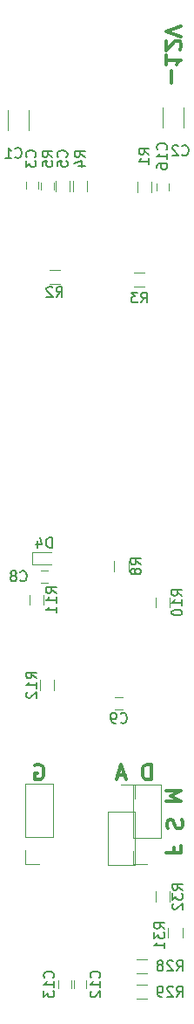
<source format=gbr>
G04 #@! TF.GenerationSoftware,KiCad,Pcbnew,(5.0.0)*
G04 #@! TF.CreationDate,2019-01-08T13:59:11-08:00*
G04 #@! TF.ProjectId,pcb,7063622E6B696361645F706362000000,rev?*
G04 #@! TF.SameCoordinates,Original*
G04 #@! TF.FileFunction,Legend,Bot*
G04 #@! TF.FilePolarity,Positive*
%FSLAX46Y46*%
G04 Gerber Fmt 4.6, Leading zero omitted, Abs format (unit mm)*
G04 Created by KiCad (PCBNEW (5.0.0)) date 01/08/19 13:59:11*
%MOMM*%
%LPD*%
G01*
G04 APERTURE LIST*
%ADD10C,0.300000*%
%ADD11C,0.120000*%
%ADD12C,0.150000*%
G04 APERTURE END LIST*
D10*
X155892857Y-55892857D02*
X155892857Y-54750000D01*
X155321428Y-53250000D02*
X155321428Y-54107142D01*
X155321428Y-53678571D02*
X156821428Y-53678571D01*
X156607142Y-53821428D01*
X156464285Y-53964285D01*
X156392857Y-54107142D01*
X156678571Y-52678571D02*
X156750000Y-52607142D01*
X156821428Y-52464285D01*
X156821428Y-52107142D01*
X156750000Y-51964285D01*
X156678571Y-51892857D01*
X156535714Y-51821428D01*
X156392857Y-51821428D01*
X156178571Y-51892857D01*
X155321428Y-52750000D01*
X155321428Y-51821428D01*
X156821428Y-51392857D02*
X155321428Y-50892857D01*
X156821428Y-50392857D01*
X155321428Y-125500000D02*
X156821428Y-125500000D01*
X155750000Y-125000000D01*
X156821428Y-124500000D01*
X155321428Y-124500000D01*
X156857142Y-127321428D02*
X156928571Y-127535714D01*
X156928571Y-127892857D01*
X156857142Y-128035714D01*
X156785714Y-128107142D01*
X156642857Y-128178571D01*
X156500000Y-128178571D01*
X156357142Y-128107142D01*
X156285714Y-128035714D01*
X156214285Y-127892857D01*
X156142857Y-127607142D01*
X156071428Y-127464285D01*
X156000000Y-127392857D01*
X155857142Y-127321428D01*
X155714285Y-127321428D01*
X155571428Y-127392857D01*
X155500000Y-127464285D01*
X155428571Y-127607142D01*
X155428571Y-127964285D01*
X155500000Y-128178571D01*
X156107142Y-130035714D02*
X156107142Y-130535714D01*
X155321428Y-130535714D02*
X156821428Y-130535714D01*
X156821428Y-129821428D01*
X142607142Y-122000000D02*
X142750000Y-121928571D01*
X142964285Y-121928571D01*
X143178571Y-122000000D01*
X143321428Y-122142857D01*
X143392857Y-122285714D01*
X143464285Y-122571428D01*
X143464285Y-122785714D01*
X143392857Y-123071428D01*
X143321428Y-123214285D01*
X143178571Y-123357142D01*
X142964285Y-123428571D01*
X142821428Y-123428571D01*
X142607142Y-123357142D01*
X142535714Y-123285714D01*
X142535714Y-122785714D01*
X142821428Y-122785714D01*
X153892857Y-123428571D02*
X153892857Y-121928571D01*
X153535714Y-121928571D01*
X153321428Y-122000000D01*
X153178571Y-122142857D01*
X153107142Y-122285714D01*
X153035714Y-122571428D01*
X153035714Y-122785714D01*
X153107142Y-123071428D01*
X153178571Y-123214285D01*
X153321428Y-123357142D01*
X153535714Y-123428571D01*
X153892857Y-123428571D01*
X151357142Y-123000000D02*
X150642857Y-123000000D01*
X151500000Y-123428571D02*
X151000000Y-121928571D01*
X150500000Y-123428571D01*
D11*
G04 #@! TO.C,C2*
X157020000Y-58250000D02*
X157020000Y-60250000D01*
X154980000Y-60250000D02*
X154980000Y-58250000D01*
G04 #@! TO.C,C1*
X142020000Y-58500000D02*
X142020000Y-60500000D01*
X139980000Y-60500000D02*
X139980000Y-58500000D01*
G04 #@! TO.C,C16*
X155600000Y-66350000D02*
X155600000Y-65650000D01*
X154400000Y-65650000D02*
X154400000Y-66350000D01*
G04 #@! TO.C,C13*
X144900000Y-142900000D02*
X144900000Y-143600000D01*
X146100000Y-143600000D02*
X146100000Y-142900000D01*
G04 #@! TO.C,C12*
X146400000Y-142900000D02*
X146400000Y-143600000D01*
X147600000Y-143600000D02*
X147600000Y-142900000D01*
G04 #@! TO.C,C9*
X150400000Y-116600000D02*
X151100000Y-116600000D01*
X151100000Y-115400000D02*
X150400000Y-115400000D01*
G04 #@! TO.C,C8*
X143850000Y-103150000D02*
X143150000Y-103150000D01*
X143150000Y-104350000D02*
X143850000Y-104350000D01*
G04 #@! TO.C,C5*
X144400000Y-66250000D02*
X144400000Y-65550000D01*
X143200000Y-65550000D02*
X143200000Y-66250000D01*
G04 #@! TO.C,C3*
X142900000Y-66200000D02*
X142900000Y-65500000D01*
X141700000Y-65500000D02*
X141700000Y-66200000D01*
G04 #@! TO.C,R5*
X145980000Y-66400000D02*
X145980000Y-65400000D01*
X144620000Y-65400000D02*
X144620000Y-66400000D01*
G04 #@! TO.C,R32*
X154320000Y-134250000D02*
X154320000Y-135250000D01*
X155680000Y-135250000D02*
X155680000Y-134250000D01*
G04 #@! TO.C,R31*
X155570000Y-137750000D02*
X155570000Y-138750000D01*
X156930000Y-138750000D02*
X156930000Y-137750000D01*
G04 #@! TO.C,R28*
X153500000Y-140820000D02*
X152500000Y-140820000D01*
X152500000Y-142180000D02*
X153500000Y-142180000D01*
G04 #@! TO.C,R29*
X152500000Y-144680000D02*
X153500000Y-144680000D01*
X153500000Y-143320000D02*
X152500000Y-143320000D01*
G04 #@! TO.C,R4*
X147680000Y-66400000D02*
X147680000Y-65400000D01*
X146320000Y-65400000D02*
X146320000Y-66400000D01*
G04 #@! TO.C,R3*
X152250000Y-75680000D02*
X153250000Y-75680000D01*
X153250000Y-74320000D02*
X152250000Y-74320000D01*
G04 #@! TO.C,R2*
X144000000Y-75430000D02*
X145000000Y-75430000D01*
X145000000Y-74070000D02*
X144000000Y-74070000D01*
G04 #@! TO.C,R1*
X152570000Y-65500000D02*
X152570000Y-66500000D01*
X153930000Y-66500000D02*
X153930000Y-65500000D01*
G04 #@! TO.C,R8*
X151680000Y-103250000D02*
X151680000Y-102250000D01*
X150320000Y-102250000D02*
X150320000Y-103250000D01*
G04 #@! TO.C,R10*
X155680000Y-106750000D02*
X155680000Y-105750000D01*
X154320000Y-105750000D02*
X154320000Y-106750000D01*
G04 #@! TO.C,R11*
X142070000Y-105500000D02*
X142070000Y-106500000D01*
X143430000Y-106500000D02*
X143430000Y-105500000D01*
G04 #@! TO.C,R12*
X143070000Y-113750000D02*
X143070000Y-114750000D01*
X144430000Y-114750000D02*
X144430000Y-113750000D01*
G04 #@! TO.C,D4*
X142350000Y-102600000D02*
X142350000Y-101400000D01*
X144200000Y-102600000D02*
X142350000Y-102600000D01*
X144200000Y-101400000D02*
X142350000Y-101400000D01*
G04 #@! TO.C,Attack1*
X152170000Y-131630000D02*
X153500000Y-131630000D01*
X152170000Y-130300000D02*
X152170000Y-131630000D01*
X152170000Y-129030000D02*
X154830000Y-129030000D01*
X154830000Y-129030000D02*
X154830000Y-123890000D01*
X152170000Y-129030000D02*
X152170000Y-123890000D01*
X152170000Y-123890000D02*
X154830000Y-123890000D01*
G04 #@! TO.C,Decay1*
X152330000Y-131660000D02*
X149670000Y-131660000D01*
X152330000Y-126520000D02*
X152330000Y-131660000D01*
X149670000Y-126520000D02*
X149670000Y-131660000D01*
X152330000Y-126520000D02*
X149670000Y-126520000D01*
X152330000Y-125250000D02*
X152330000Y-123920000D01*
X152330000Y-123920000D02*
X151000000Y-123920000D01*
G04 #@! TO.C,Gate1*
X141670000Y-131580000D02*
X143000000Y-131580000D01*
X141670000Y-130250000D02*
X141670000Y-131580000D01*
X141670000Y-128980000D02*
X144330000Y-128980000D01*
X144330000Y-128980000D02*
X144330000Y-123840000D01*
X141670000Y-128980000D02*
X141670000Y-123840000D01*
X141670000Y-123840000D02*
X144330000Y-123840000D01*
G04 #@! TO.C,C2*
D12*
X156916666Y-62857142D02*
X156964285Y-62904761D01*
X157107142Y-62952380D01*
X157202380Y-62952380D01*
X157345238Y-62904761D01*
X157440476Y-62809523D01*
X157488095Y-62714285D01*
X157535714Y-62523809D01*
X157535714Y-62380952D01*
X157488095Y-62190476D01*
X157440476Y-62095238D01*
X157345238Y-62000000D01*
X157202380Y-61952380D01*
X157107142Y-61952380D01*
X156964285Y-62000000D01*
X156916666Y-62047619D01*
X156535714Y-62047619D02*
X156488095Y-62000000D01*
X156392857Y-61952380D01*
X156154761Y-61952380D01*
X156059523Y-62000000D01*
X156011904Y-62047619D01*
X155964285Y-62142857D01*
X155964285Y-62238095D01*
X156011904Y-62380952D01*
X156583333Y-62952380D01*
X155964285Y-62952380D01*
G04 #@! TO.C,C1*
X140666666Y-63107142D02*
X140714285Y-63154761D01*
X140857142Y-63202380D01*
X140952380Y-63202380D01*
X141095238Y-63154761D01*
X141190476Y-63059523D01*
X141238095Y-62964285D01*
X141285714Y-62773809D01*
X141285714Y-62630952D01*
X141238095Y-62440476D01*
X141190476Y-62345238D01*
X141095238Y-62250000D01*
X140952380Y-62202380D01*
X140857142Y-62202380D01*
X140714285Y-62250000D01*
X140666666Y-62297619D01*
X139714285Y-63202380D02*
X140285714Y-63202380D01*
X140000000Y-63202380D02*
X140000000Y-62202380D01*
X140095238Y-62345238D01*
X140190476Y-62440476D01*
X140285714Y-62488095D01*
G04 #@! TO.C,C16*
X155357142Y-62357142D02*
X155404761Y-62309523D01*
X155452380Y-62166666D01*
X155452380Y-62071428D01*
X155404761Y-61928571D01*
X155309523Y-61833333D01*
X155214285Y-61785714D01*
X155023809Y-61738095D01*
X154880952Y-61738095D01*
X154690476Y-61785714D01*
X154595238Y-61833333D01*
X154500000Y-61928571D01*
X154452380Y-62071428D01*
X154452380Y-62166666D01*
X154500000Y-62309523D01*
X154547619Y-62357142D01*
X155452380Y-63309523D02*
X155452380Y-62738095D01*
X155452380Y-63023809D02*
X154452380Y-63023809D01*
X154595238Y-62928571D01*
X154690476Y-62833333D01*
X154738095Y-62738095D01*
X154452380Y-64166666D02*
X154452380Y-63976190D01*
X154500000Y-63880952D01*
X154547619Y-63833333D01*
X154690476Y-63738095D01*
X154880952Y-63690476D01*
X155261904Y-63690476D01*
X155357142Y-63738095D01*
X155404761Y-63785714D01*
X155452380Y-63880952D01*
X155452380Y-64071428D01*
X155404761Y-64166666D01*
X155357142Y-64214285D01*
X155261904Y-64261904D01*
X155023809Y-64261904D01*
X154928571Y-64214285D01*
X154880952Y-64166666D01*
X154833333Y-64071428D01*
X154833333Y-63880952D01*
X154880952Y-63785714D01*
X154928571Y-63738095D01*
X155023809Y-63690476D01*
G04 #@! TO.C,C13*
X144357142Y-142607142D02*
X144404761Y-142559523D01*
X144452380Y-142416666D01*
X144452380Y-142321428D01*
X144404761Y-142178571D01*
X144309523Y-142083333D01*
X144214285Y-142035714D01*
X144023809Y-141988095D01*
X143880952Y-141988095D01*
X143690476Y-142035714D01*
X143595238Y-142083333D01*
X143500000Y-142178571D01*
X143452380Y-142321428D01*
X143452380Y-142416666D01*
X143500000Y-142559523D01*
X143547619Y-142607142D01*
X144452380Y-143559523D02*
X144452380Y-142988095D01*
X144452380Y-143273809D02*
X143452380Y-143273809D01*
X143595238Y-143178571D01*
X143690476Y-143083333D01*
X143738095Y-142988095D01*
X143452380Y-143892857D02*
X143452380Y-144511904D01*
X143833333Y-144178571D01*
X143833333Y-144321428D01*
X143880952Y-144416666D01*
X143928571Y-144464285D01*
X144023809Y-144511904D01*
X144261904Y-144511904D01*
X144357142Y-144464285D01*
X144404761Y-144416666D01*
X144452380Y-144321428D01*
X144452380Y-144035714D01*
X144404761Y-143940476D01*
X144357142Y-143892857D01*
G04 #@! TO.C,C12*
X148857142Y-142607142D02*
X148904761Y-142559523D01*
X148952380Y-142416666D01*
X148952380Y-142321428D01*
X148904761Y-142178571D01*
X148809523Y-142083333D01*
X148714285Y-142035714D01*
X148523809Y-141988095D01*
X148380952Y-141988095D01*
X148190476Y-142035714D01*
X148095238Y-142083333D01*
X148000000Y-142178571D01*
X147952380Y-142321428D01*
X147952380Y-142416666D01*
X148000000Y-142559523D01*
X148047619Y-142607142D01*
X148952380Y-143559523D02*
X148952380Y-142988095D01*
X148952380Y-143273809D02*
X147952380Y-143273809D01*
X148095238Y-143178571D01*
X148190476Y-143083333D01*
X148238095Y-142988095D01*
X148047619Y-143940476D02*
X148000000Y-143988095D01*
X147952380Y-144083333D01*
X147952380Y-144321428D01*
X148000000Y-144416666D01*
X148047619Y-144464285D01*
X148142857Y-144511904D01*
X148238095Y-144511904D01*
X148380952Y-144464285D01*
X148952380Y-143892857D01*
X148952380Y-144511904D01*
G04 #@! TO.C,C9*
X150916666Y-117857142D02*
X150964285Y-117904761D01*
X151107142Y-117952380D01*
X151202380Y-117952380D01*
X151345238Y-117904761D01*
X151440476Y-117809523D01*
X151488095Y-117714285D01*
X151535714Y-117523809D01*
X151535714Y-117380952D01*
X151488095Y-117190476D01*
X151440476Y-117095238D01*
X151345238Y-117000000D01*
X151202380Y-116952380D01*
X151107142Y-116952380D01*
X150964285Y-117000000D01*
X150916666Y-117047619D01*
X150440476Y-117952380D02*
X150250000Y-117952380D01*
X150154761Y-117904761D01*
X150107142Y-117857142D01*
X150011904Y-117714285D01*
X149964285Y-117523809D01*
X149964285Y-117142857D01*
X150011904Y-117047619D01*
X150059523Y-117000000D01*
X150154761Y-116952380D01*
X150345238Y-116952380D01*
X150440476Y-117000000D01*
X150488095Y-117047619D01*
X150535714Y-117142857D01*
X150535714Y-117380952D01*
X150488095Y-117476190D01*
X150440476Y-117523809D01*
X150345238Y-117571428D01*
X150154761Y-117571428D01*
X150059523Y-117523809D01*
X150011904Y-117476190D01*
X149964285Y-117380952D01*
G04 #@! TO.C,C8*
X141166666Y-104107142D02*
X141214285Y-104154761D01*
X141357142Y-104202380D01*
X141452380Y-104202380D01*
X141595238Y-104154761D01*
X141690476Y-104059523D01*
X141738095Y-103964285D01*
X141785714Y-103773809D01*
X141785714Y-103630952D01*
X141738095Y-103440476D01*
X141690476Y-103345238D01*
X141595238Y-103250000D01*
X141452380Y-103202380D01*
X141357142Y-103202380D01*
X141214285Y-103250000D01*
X141166666Y-103297619D01*
X140595238Y-103630952D02*
X140690476Y-103583333D01*
X140738095Y-103535714D01*
X140785714Y-103440476D01*
X140785714Y-103392857D01*
X140738095Y-103297619D01*
X140690476Y-103250000D01*
X140595238Y-103202380D01*
X140404761Y-103202380D01*
X140309523Y-103250000D01*
X140261904Y-103297619D01*
X140214285Y-103392857D01*
X140214285Y-103440476D01*
X140261904Y-103535714D01*
X140309523Y-103583333D01*
X140404761Y-103630952D01*
X140595238Y-103630952D01*
X140690476Y-103678571D01*
X140738095Y-103726190D01*
X140785714Y-103821428D01*
X140785714Y-104011904D01*
X140738095Y-104107142D01*
X140690476Y-104154761D01*
X140595238Y-104202380D01*
X140404761Y-104202380D01*
X140309523Y-104154761D01*
X140261904Y-104107142D01*
X140214285Y-104011904D01*
X140214285Y-103821428D01*
X140261904Y-103726190D01*
X140309523Y-103678571D01*
X140404761Y-103630952D01*
G04 #@! TO.C,C5*
X145657142Y-63083333D02*
X145704761Y-63035714D01*
X145752380Y-62892857D01*
X145752380Y-62797619D01*
X145704761Y-62654761D01*
X145609523Y-62559523D01*
X145514285Y-62511904D01*
X145323809Y-62464285D01*
X145180952Y-62464285D01*
X144990476Y-62511904D01*
X144895238Y-62559523D01*
X144800000Y-62654761D01*
X144752380Y-62797619D01*
X144752380Y-62892857D01*
X144800000Y-63035714D01*
X144847619Y-63083333D01*
X144752380Y-63988095D02*
X144752380Y-63511904D01*
X145228571Y-63464285D01*
X145180952Y-63511904D01*
X145133333Y-63607142D01*
X145133333Y-63845238D01*
X145180952Y-63940476D01*
X145228571Y-63988095D01*
X145323809Y-64035714D01*
X145561904Y-64035714D01*
X145657142Y-63988095D01*
X145704761Y-63940476D01*
X145752380Y-63845238D01*
X145752380Y-63607142D01*
X145704761Y-63511904D01*
X145657142Y-63464285D01*
G04 #@! TO.C,C3*
X142607142Y-63083333D02*
X142654761Y-63035714D01*
X142702380Y-62892857D01*
X142702380Y-62797619D01*
X142654761Y-62654761D01*
X142559523Y-62559523D01*
X142464285Y-62511904D01*
X142273809Y-62464285D01*
X142130952Y-62464285D01*
X141940476Y-62511904D01*
X141845238Y-62559523D01*
X141750000Y-62654761D01*
X141702380Y-62797619D01*
X141702380Y-62892857D01*
X141750000Y-63035714D01*
X141797619Y-63083333D01*
X141702380Y-63416666D02*
X141702380Y-64035714D01*
X142083333Y-63702380D01*
X142083333Y-63845238D01*
X142130952Y-63940476D01*
X142178571Y-63988095D01*
X142273809Y-64035714D01*
X142511904Y-64035714D01*
X142607142Y-63988095D01*
X142654761Y-63940476D01*
X142702380Y-63845238D01*
X142702380Y-63559523D01*
X142654761Y-63464285D01*
X142607142Y-63416666D01*
G04 #@! TO.C,R5*
X144302380Y-63083333D02*
X143826190Y-62750000D01*
X144302380Y-62511904D02*
X143302380Y-62511904D01*
X143302380Y-62892857D01*
X143350000Y-62988095D01*
X143397619Y-63035714D01*
X143492857Y-63083333D01*
X143635714Y-63083333D01*
X143730952Y-63035714D01*
X143778571Y-62988095D01*
X143826190Y-62892857D01*
X143826190Y-62511904D01*
X143302380Y-63988095D02*
X143302380Y-63511904D01*
X143778571Y-63464285D01*
X143730952Y-63511904D01*
X143683333Y-63607142D01*
X143683333Y-63845238D01*
X143730952Y-63940476D01*
X143778571Y-63988095D01*
X143873809Y-64035714D01*
X144111904Y-64035714D01*
X144207142Y-63988095D01*
X144254761Y-63940476D01*
X144302380Y-63845238D01*
X144302380Y-63607142D01*
X144254761Y-63511904D01*
X144207142Y-63464285D01*
G04 #@! TO.C,R32*
X156952380Y-134107142D02*
X156476190Y-133773809D01*
X156952380Y-133535714D02*
X155952380Y-133535714D01*
X155952380Y-133916666D01*
X156000000Y-134011904D01*
X156047619Y-134059523D01*
X156142857Y-134107142D01*
X156285714Y-134107142D01*
X156380952Y-134059523D01*
X156428571Y-134011904D01*
X156476190Y-133916666D01*
X156476190Y-133535714D01*
X155952380Y-134440476D02*
X155952380Y-135059523D01*
X156333333Y-134726190D01*
X156333333Y-134869047D01*
X156380952Y-134964285D01*
X156428571Y-135011904D01*
X156523809Y-135059523D01*
X156761904Y-135059523D01*
X156857142Y-135011904D01*
X156904761Y-134964285D01*
X156952380Y-134869047D01*
X156952380Y-134583333D01*
X156904761Y-134488095D01*
X156857142Y-134440476D01*
X156047619Y-135440476D02*
X156000000Y-135488095D01*
X155952380Y-135583333D01*
X155952380Y-135821428D01*
X156000000Y-135916666D01*
X156047619Y-135964285D01*
X156142857Y-136011904D01*
X156238095Y-136011904D01*
X156380952Y-135964285D01*
X156952380Y-135392857D01*
X156952380Y-136011904D01*
G04 #@! TO.C,R31*
X155202380Y-137857142D02*
X154726190Y-137523809D01*
X155202380Y-137285714D02*
X154202380Y-137285714D01*
X154202380Y-137666666D01*
X154250000Y-137761904D01*
X154297619Y-137809523D01*
X154392857Y-137857142D01*
X154535714Y-137857142D01*
X154630952Y-137809523D01*
X154678571Y-137761904D01*
X154726190Y-137666666D01*
X154726190Y-137285714D01*
X154202380Y-138190476D02*
X154202380Y-138809523D01*
X154583333Y-138476190D01*
X154583333Y-138619047D01*
X154630952Y-138714285D01*
X154678571Y-138761904D01*
X154773809Y-138809523D01*
X155011904Y-138809523D01*
X155107142Y-138761904D01*
X155154761Y-138714285D01*
X155202380Y-138619047D01*
X155202380Y-138333333D01*
X155154761Y-138238095D01*
X155107142Y-138190476D01*
X155202380Y-139761904D02*
X155202380Y-139190476D01*
X155202380Y-139476190D02*
X154202380Y-139476190D01*
X154345238Y-139380952D01*
X154440476Y-139285714D01*
X154488095Y-139190476D01*
G04 #@! TO.C,R28*
X156392857Y-141952380D02*
X156726190Y-141476190D01*
X156964285Y-141952380D02*
X156964285Y-140952380D01*
X156583333Y-140952380D01*
X156488095Y-141000000D01*
X156440476Y-141047619D01*
X156392857Y-141142857D01*
X156392857Y-141285714D01*
X156440476Y-141380952D01*
X156488095Y-141428571D01*
X156583333Y-141476190D01*
X156964285Y-141476190D01*
X156011904Y-141047619D02*
X155964285Y-141000000D01*
X155869047Y-140952380D01*
X155630952Y-140952380D01*
X155535714Y-141000000D01*
X155488095Y-141047619D01*
X155440476Y-141142857D01*
X155440476Y-141238095D01*
X155488095Y-141380952D01*
X156059523Y-141952380D01*
X155440476Y-141952380D01*
X154869047Y-141380952D02*
X154964285Y-141333333D01*
X155011904Y-141285714D01*
X155059523Y-141190476D01*
X155059523Y-141142857D01*
X155011904Y-141047619D01*
X154964285Y-141000000D01*
X154869047Y-140952380D01*
X154678571Y-140952380D01*
X154583333Y-141000000D01*
X154535714Y-141047619D01*
X154488095Y-141142857D01*
X154488095Y-141190476D01*
X154535714Y-141285714D01*
X154583333Y-141333333D01*
X154678571Y-141380952D01*
X154869047Y-141380952D01*
X154964285Y-141428571D01*
X155011904Y-141476190D01*
X155059523Y-141571428D01*
X155059523Y-141761904D01*
X155011904Y-141857142D01*
X154964285Y-141904761D01*
X154869047Y-141952380D01*
X154678571Y-141952380D01*
X154583333Y-141904761D01*
X154535714Y-141857142D01*
X154488095Y-141761904D01*
X154488095Y-141571428D01*
X154535714Y-141476190D01*
X154583333Y-141428571D01*
X154678571Y-141380952D01*
G04 #@! TO.C,R29*
X156392857Y-144452380D02*
X156726190Y-143976190D01*
X156964285Y-144452380D02*
X156964285Y-143452380D01*
X156583333Y-143452380D01*
X156488095Y-143500000D01*
X156440476Y-143547619D01*
X156392857Y-143642857D01*
X156392857Y-143785714D01*
X156440476Y-143880952D01*
X156488095Y-143928571D01*
X156583333Y-143976190D01*
X156964285Y-143976190D01*
X156011904Y-143547619D02*
X155964285Y-143500000D01*
X155869047Y-143452380D01*
X155630952Y-143452380D01*
X155535714Y-143500000D01*
X155488095Y-143547619D01*
X155440476Y-143642857D01*
X155440476Y-143738095D01*
X155488095Y-143880952D01*
X156059523Y-144452380D01*
X155440476Y-144452380D01*
X154964285Y-144452380D02*
X154773809Y-144452380D01*
X154678571Y-144404761D01*
X154630952Y-144357142D01*
X154535714Y-144214285D01*
X154488095Y-144023809D01*
X154488095Y-143642857D01*
X154535714Y-143547619D01*
X154583333Y-143500000D01*
X154678571Y-143452380D01*
X154869047Y-143452380D01*
X154964285Y-143500000D01*
X155011904Y-143547619D01*
X155059523Y-143642857D01*
X155059523Y-143880952D01*
X155011904Y-143976190D01*
X154964285Y-144023809D01*
X154869047Y-144071428D01*
X154678571Y-144071428D01*
X154583333Y-144023809D01*
X154535714Y-143976190D01*
X154488095Y-143880952D01*
G04 #@! TO.C,R4*
X147452380Y-63083333D02*
X146976190Y-62750000D01*
X147452380Y-62511904D02*
X146452380Y-62511904D01*
X146452380Y-62892857D01*
X146500000Y-62988095D01*
X146547619Y-63035714D01*
X146642857Y-63083333D01*
X146785714Y-63083333D01*
X146880952Y-63035714D01*
X146928571Y-62988095D01*
X146976190Y-62892857D01*
X146976190Y-62511904D01*
X146785714Y-63940476D02*
X147452380Y-63940476D01*
X146404761Y-63702380D02*
X147119047Y-63464285D01*
X147119047Y-64083333D01*
G04 #@! TO.C,R3*
X152916666Y-77202380D02*
X153250000Y-76726190D01*
X153488095Y-77202380D02*
X153488095Y-76202380D01*
X153107142Y-76202380D01*
X153011904Y-76250000D01*
X152964285Y-76297619D01*
X152916666Y-76392857D01*
X152916666Y-76535714D01*
X152964285Y-76630952D01*
X153011904Y-76678571D01*
X153107142Y-76726190D01*
X153488095Y-76726190D01*
X152583333Y-76202380D02*
X151964285Y-76202380D01*
X152297619Y-76583333D01*
X152154761Y-76583333D01*
X152059523Y-76630952D01*
X152011904Y-76678571D01*
X151964285Y-76773809D01*
X151964285Y-77011904D01*
X152011904Y-77107142D01*
X152059523Y-77154761D01*
X152154761Y-77202380D01*
X152440476Y-77202380D01*
X152535714Y-77154761D01*
X152583333Y-77107142D01*
G04 #@! TO.C,R2*
X144666666Y-76652380D02*
X145000000Y-76176190D01*
X145238095Y-76652380D02*
X145238095Y-75652380D01*
X144857142Y-75652380D01*
X144761904Y-75700000D01*
X144714285Y-75747619D01*
X144666666Y-75842857D01*
X144666666Y-75985714D01*
X144714285Y-76080952D01*
X144761904Y-76128571D01*
X144857142Y-76176190D01*
X145238095Y-76176190D01*
X144285714Y-75747619D02*
X144238095Y-75700000D01*
X144142857Y-75652380D01*
X143904761Y-75652380D01*
X143809523Y-75700000D01*
X143761904Y-75747619D01*
X143714285Y-75842857D01*
X143714285Y-75938095D01*
X143761904Y-76080952D01*
X144333333Y-76652380D01*
X143714285Y-76652380D01*
G04 #@! TO.C,R1*
X153702380Y-62833333D02*
X153226190Y-62500000D01*
X153702380Y-62261904D02*
X152702380Y-62261904D01*
X152702380Y-62642857D01*
X152750000Y-62738095D01*
X152797619Y-62785714D01*
X152892857Y-62833333D01*
X153035714Y-62833333D01*
X153130952Y-62785714D01*
X153178571Y-62738095D01*
X153226190Y-62642857D01*
X153226190Y-62261904D01*
X153702380Y-63785714D02*
X153702380Y-63214285D01*
X153702380Y-63500000D02*
X152702380Y-63500000D01*
X152845238Y-63404761D01*
X152940476Y-63309523D01*
X152988095Y-63214285D01*
G04 #@! TO.C,R8*
X152902380Y-102583333D02*
X152426190Y-102250000D01*
X152902380Y-102011904D02*
X151902380Y-102011904D01*
X151902380Y-102392857D01*
X151950000Y-102488095D01*
X151997619Y-102535714D01*
X152092857Y-102583333D01*
X152235714Y-102583333D01*
X152330952Y-102535714D01*
X152378571Y-102488095D01*
X152426190Y-102392857D01*
X152426190Y-102011904D01*
X152330952Y-103154761D02*
X152283333Y-103059523D01*
X152235714Y-103011904D01*
X152140476Y-102964285D01*
X152092857Y-102964285D01*
X151997619Y-103011904D01*
X151950000Y-103059523D01*
X151902380Y-103154761D01*
X151902380Y-103345238D01*
X151950000Y-103440476D01*
X151997619Y-103488095D01*
X152092857Y-103535714D01*
X152140476Y-103535714D01*
X152235714Y-103488095D01*
X152283333Y-103440476D01*
X152330952Y-103345238D01*
X152330952Y-103154761D01*
X152378571Y-103059523D01*
X152426190Y-103011904D01*
X152521428Y-102964285D01*
X152711904Y-102964285D01*
X152807142Y-103011904D01*
X152854761Y-103059523D01*
X152902380Y-103154761D01*
X152902380Y-103345238D01*
X152854761Y-103440476D01*
X152807142Y-103488095D01*
X152711904Y-103535714D01*
X152521428Y-103535714D01*
X152426190Y-103488095D01*
X152378571Y-103440476D01*
X152330952Y-103345238D01*
G04 #@! TO.C,R10*
X156902380Y-105607142D02*
X156426190Y-105273809D01*
X156902380Y-105035714D02*
X155902380Y-105035714D01*
X155902380Y-105416666D01*
X155950000Y-105511904D01*
X155997619Y-105559523D01*
X156092857Y-105607142D01*
X156235714Y-105607142D01*
X156330952Y-105559523D01*
X156378571Y-105511904D01*
X156426190Y-105416666D01*
X156426190Y-105035714D01*
X156902380Y-106559523D02*
X156902380Y-105988095D01*
X156902380Y-106273809D02*
X155902380Y-106273809D01*
X156045238Y-106178571D01*
X156140476Y-106083333D01*
X156188095Y-105988095D01*
X155902380Y-107178571D02*
X155902380Y-107273809D01*
X155950000Y-107369047D01*
X155997619Y-107416666D01*
X156092857Y-107464285D01*
X156283333Y-107511904D01*
X156521428Y-107511904D01*
X156711904Y-107464285D01*
X156807142Y-107416666D01*
X156854761Y-107369047D01*
X156902380Y-107273809D01*
X156902380Y-107178571D01*
X156854761Y-107083333D01*
X156807142Y-107035714D01*
X156711904Y-106988095D01*
X156521428Y-106940476D01*
X156283333Y-106940476D01*
X156092857Y-106988095D01*
X155997619Y-107035714D01*
X155950000Y-107083333D01*
X155902380Y-107178571D01*
G04 #@! TO.C,R11*
X144652380Y-105357142D02*
X144176190Y-105023809D01*
X144652380Y-104785714D02*
X143652380Y-104785714D01*
X143652380Y-105166666D01*
X143700000Y-105261904D01*
X143747619Y-105309523D01*
X143842857Y-105357142D01*
X143985714Y-105357142D01*
X144080952Y-105309523D01*
X144128571Y-105261904D01*
X144176190Y-105166666D01*
X144176190Y-104785714D01*
X144652380Y-106309523D02*
X144652380Y-105738095D01*
X144652380Y-106023809D02*
X143652380Y-106023809D01*
X143795238Y-105928571D01*
X143890476Y-105833333D01*
X143938095Y-105738095D01*
X144652380Y-107261904D02*
X144652380Y-106690476D01*
X144652380Y-106976190D02*
X143652380Y-106976190D01*
X143795238Y-106880952D01*
X143890476Y-106785714D01*
X143938095Y-106690476D01*
G04 #@! TO.C,R12*
X142752380Y-113607142D02*
X142276190Y-113273809D01*
X142752380Y-113035714D02*
X141752380Y-113035714D01*
X141752380Y-113416666D01*
X141800000Y-113511904D01*
X141847619Y-113559523D01*
X141942857Y-113607142D01*
X142085714Y-113607142D01*
X142180952Y-113559523D01*
X142228571Y-113511904D01*
X142276190Y-113416666D01*
X142276190Y-113035714D01*
X142752380Y-114559523D02*
X142752380Y-113988095D01*
X142752380Y-114273809D02*
X141752380Y-114273809D01*
X141895238Y-114178571D01*
X141990476Y-114083333D01*
X142038095Y-113988095D01*
X141847619Y-114940476D02*
X141800000Y-114988095D01*
X141752380Y-115083333D01*
X141752380Y-115321428D01*
X141800000Y-115416666D01*
X141847619Y-115464285D01*
X141942857Y-115511904D01*
X142038095Y-115511904D01*
X142180952Y-115464285D01*
X142752380Y-114892857D01*
X142752380Y-115511904D01*
G04 #@! TO.C,D4*
X144238095Y-100952380D02*
X144238095Y-99952380D01*
X144000000Y-99952380D01*
X143857142Y-100000000D01*
X143761904Y-100095238D01*
X143714285Y-100190476D01*
X143666666Y-100380952D01*
X143666666Y-100523809D01*
X143714285Y-100714285D01*
X143761904Y-100809523D01*
X143857142Y-100904761D01*
X144000000Y-100952380D01*
X144238095Y-100952380D01*
X142809523Y-100285714D02*
X142809523Y-100952380D01*
X143047619Y-99904761D02*
X143285714Y-100619047D01*
X142666666Y-100619047D01*
G04 #@! TD*
M02*

</source>
